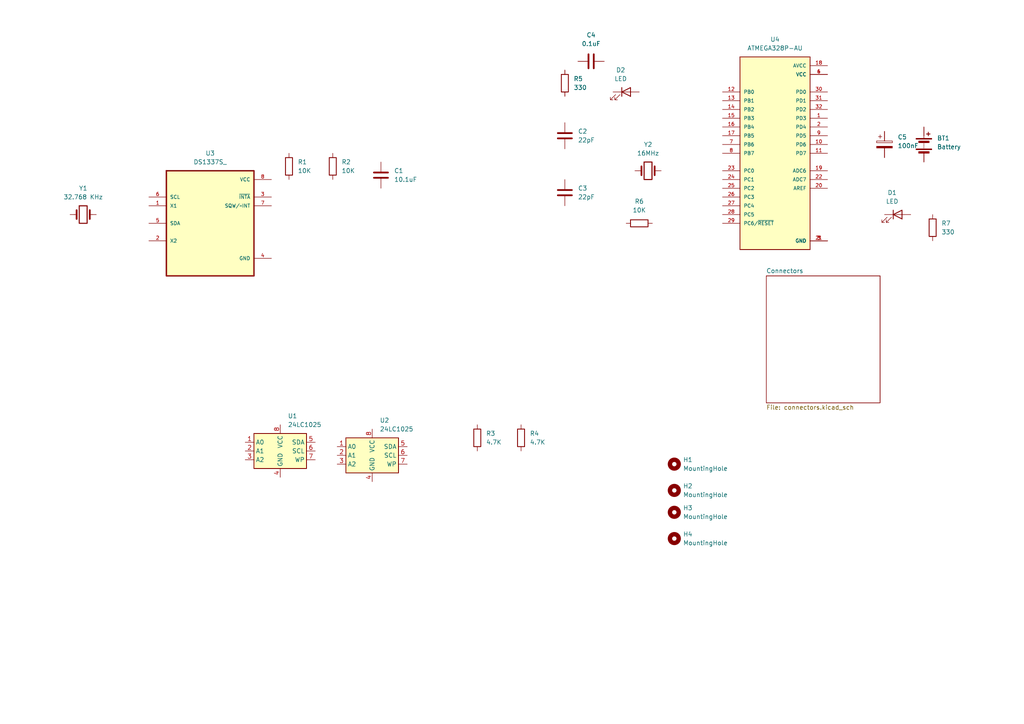
<source format=kicad_sch>
(kicad_sch (version 20230121) (generator eeschema)
  (paper "A4")
  (title_block (title "${project_name}") (date "2024-05-21") (rev "1"))
  (lib_symbols
    (symbol "ATMEGA328P-AU:ATMEGA328P-AU" (pin_names (offset 1.016))
      (property "Reference" "U" (at -10.1755 29.2546 0))
      (property "Value" "ATMEGA328P-AU" (at -10.1669 -31.7714 0))
      (symbol "ATMEGA328P-AU_0_0"
        (rectangle (start -10.16 -27.94) (end 10.16 27.94) (stroke (width 0.254)) (fill (type background)))
        (pin bidirectional line (at 15.24 10.16 180) (length 5.08) (name "PD3") (number "1"))
        (pin bidirectional line (at 15.24 2.54 180) (length 5.08) (name "PD6") (number "10"))
        (pin bidirectional line (at 15.24 0 180) (length 5.08) (name "PD7") (number "11"))
        (pin bidirectional line (at -15.24 17.78 0) (length 5.08) (name "PB0") (number "12"))
        (pin bidirectional line (at -15.24 15.24 0) (length 5.08) (name "PB1") (number "13"))
        (pin bidirectional line (at -15.24 12.7 0) (length 5.08) (name "PB2") (number "14"))
        (pin bidirectional line (at -15.24 10.16 0) (length 5.08) (name "PB3") (number "15"))
        (pin bidirectional line (at -15.24 7.62 0) (length 5.08) (name "PB4") (number "16"))
        (pin bidirectional line (at -15.24 5.08 0) (length 5.08) (name "PB5") (number "17"))
        (pin power_in line (at 15.24 25.4 180) (length 5.08) (name "AVCC") (number "18"))
        (pin bidirectional line (at 15.24 -5.08 180) (length 5.08) (name "ADC6") (number "19"))
        (pin bidirectional line (at 15.24 7.62 180) (length 5.08) (name "PD4") (number "2"))
        (pin input line (at 15.24 -10.16 180) (length 5.08) (name "AREF") (number "20"))
        (pin power_in line (at 15.24 -25.4 180) (length 5.08) (name "GND") (number "21"))
        (pin bidirectional line (at 15.24 -7.62 180) (length 5.08) (name "ADC7") (number "22"))
        (pin bidirectional line (at -15.24 -5.08 0) (length 5.08) (name "PC0") (number "23"))
        (pin bidirectional line (at -15.24 -7.62 0) (length 5.08) (name "PC1") (number "24"))
        (pin bidirectional line (at -15.24 -10.16 0) (length 5.08) (name "PC2") (number "25"))
        (pin bidirectional line (at -15.24 -12.7 0) (length 5.08) (name "PC3") (number "26"))
        (pin bidirectional line (at -15.24 -15.24 0) (length 5.08) (name "PC4") (number "27"))
        (pin bidirectional line (at -15.24 -17.78 0) (length 5.08) (name "PC5") (number "28"))
        (pin bidirectional line (at -15.24 -20.32 0) (length 5.08) (name "PC6/~{RESET}") (number "29"))
        (pin power_in line (at 15.24 -25.4 180) (length 5.08) (name "GND") (number "3"))
        (pin bidirectional line (at 15.24 17.78 180) (length 5.08) (name "PD0") (number "30"))
        (pin bidirectional line (at 15.24 15.24 180) (length 5.08) (name "PD1") (number "31"))
        (pin bidirectional line (at 15.24 12.7 180) (length 5.08) (name "PD2") (number "32"))
        (pin power_in line (at 15.24 22.86 180) (length 5.08) (name "VCC") (number "4"))
        (pin power_in line (at 15.24 -25.4 180) (length 5.08) (name "GND") (number "5"))
        (pin power_in line (at 15.24 22.86 180) (length 5.08) (name "VCC") (number "6"))
        (pin bidirectional line (at -15.24 2.54 0) (length 5.08) (name "PB6") (number "7"))
        (pin bidirectional line (at -15.24 0 0) (length 5.08) (name "PB7") (number "8"))
        (pin bidirectional line (at 15.24 5.08 180) (length 5.08) (name "PD5") (number "9"))
      )
    )
    (symbol "DS1337S:DS1337S_" (pin_names (offset 1.016))
      (property "Reference" "U" (at -12.7 16.24 0))
      (property "Value" "DS1337S_" (at -12.7 -19.24 0))
      (symbol "DS1337S__0_0"
        (rectangle (start -12.7 -15.24) (end 12.7 15.24) (stroke (width 0.41)) (fill (type background)))
        (pin input line (at -17.78 5.08 0) (length 5.08) (name "X1") (number "1"))
        (pin bidirectional line (at -17.78 -5.08 0) (length 5.08) (name "X2") (number "2"))
        (pin output line (at 17.78 7.62 180) (length 5.08) (name "~{INTA}") (number "3"))
        (pin power_in line (at 17.78 -10.16 180) (length 5.08) (name "GND") (number "4"))
        (pin bidirectional line (at -17.78 0 0) (length 5.08) (name "SDA") (number "5"))
        (pin input line (at -17.78 7.62 0) (length 5.08) (name "SCL") (number "6"))
        (pin output line (at 17.78 5.08 180) (length 5.08) (name "SQW/~INT") (number "7"))
        (pin power_in line (at 17.78 12.7 180) (length 5.08) (name "VCC") (number "8"))
      )
    )
    (symbol "Device:Battery" (pin_numbers hide) (pin_names (offset 0) hide)
      (property "Reference" "BT" (at 2.54 2.54 0))
      (property "Value" "Battery" (at 2.54 0 0))
      (symbol "Battery_0_1"
        (rectangle (start -2.286 -1.27) (end 2.286 -1.524) (fill (type outline)))
        (rectangle (start -2.286 1.778) (end 2.286 1.524) (fill (type outline)))
        (rectangle (start -1.524 -2.032) (end 1.524 -2.54) (fill (type outline)))
        (rectangle (start -1.524 1.016) (end 1.524 0.508) (fill (type outline)))
        (polyline (pts (xy 0 -1.016) (xy 0 -0.762)))
        (polyline (pts (xy 0 -0.508) (xy 0 -0.254)))
        (polyline (pts (xy 0 0) (xy 0 0.254)))
        (polyline (pts (xy 0 1.778) (xy 0 2.54)))
        (polyline (pts (xy 0.762 3.048) (xy 1.778 3.048)) (stroke (width 0.254)))
        (polyline (pts (xy 1.27 3.556) (xy 1.27 2.54)) (stroke (width 0.254)))
      )
      (symbol "Battery_1_1"
        (pin passive line (at 0 5.08 270) (length 2.54) (name "+") (number "1"))
        (pin passive line (at 0 -5.08 90) (length 2.54) (name "-") (number "2"))
      )
    )
    (symbol "Device:C" (pin_numbers hide) (pin_names (offset 0.254))
      (property "Reference" "C" (at 0.635 2.54 0))
      (property "Value" "C" (at 0.635 -2.54 0))
      (symbol "C_0_1"
        (polyline (pts (xy -2.032 -0.762) (xy 2.032 -0.762)) (stroke (width 0.508)))
        (polyline (pts (xy -2.032 0.762) (xy 2.032 0.762)) (stroke (width 0.508)))
      )
      (symbol "C_1_1"
        (pin passive line (at 0 3.81 270) (length 2.794) (name "~") (number "1"))
        (pin passive line (at 0 -3.81 90) (length 2.794) (name "~") (number "2"))
      )
    )
    (symbol "Device:C_Polarized" (pin_numbers hide) (pin_names (offset 0.254))
      (property "Reference" "C" (at 0.635 2.54 0))
      (property "Value" "C_Polarized" (at 0.635 -2.54 0))
      (symbol "C_Polarized_0_1"
        (rectangle (start -2.286 0.508) (end 2.286 1.016))
        (polyline (pts (xy -1.778 2.286) (xy -0.762 2.286)))
        (polyline (pts (xy -1.27 2.794) (xy -1.27 1.778)))
        (rectangle (start 2.286 -0.508) (end -2.286 -1.016) (fill (type outline)))
      )
      (symbol "C_Polarized_1_1"
        (pin passive line (at 0 3.81 270) (length 2.794) (name "~") (number "1"))
        (pin passive line (at 0 -3.81 90) (length 2.794) (name "~") (number "2"))
      )
    )
    (symbol "Device:Crystal" (pin_numbers hide) (pin_names (offset 1.016) hide)
      (property "Reference" "Y" (at 0 3.81 0))
      (property "Value" "Crystal" (at 0 -3.81 0))
      (symbol "Crystal_0_1"
        (rectangle (start -1.143 2.54) (end 1.143 -2.54) (stroke (width 0.3048)))
        (polyline (pts (xy -2.54 0) (xy -1.905 0)))
        (polyline (pts (xy -1.905 -1.27) (xy -1.905 1.27)) (stroke (width 0.508)))
        (polyline (pts (xy 1.905 -1.27) (xy 1.905 1.27)) (stroke (width 0.508)))
        (polyline (pts (xy 2.54 0) (xy 1.905 0)))
      )
      (symbol "Crystal_1_1"
        (pin passive line (at -3.81 0 0) (length 1.27) (name "1") (number "1"))
        (pin passive line (at 3.81 0 180) (length 1.27) (name "2") (number "2"))
      )
    )
    (symbol "Device:LED" (pin_numbers hide) (pin_names (offset 1.016) hide)
      (property "Reference" "D" (at 0 2.54 0))
      (property "Value" "LED" (at 0 -2.54 0))
      (symbol "LED_0_1"
        (polyline (pts (xy -1.27 -1.27) (xy -1.27 1.27)) (stroke (width 0.254)))
        (polyline (pts (xy -1.27 0) (xy 1.27 0)))
        (polyline (pts (xy 1.27 -1.27) (xy 1.27 1.27) (xy -1.27 0) (xy 1.27 -1.27)) (stroke (width 0.254)))
        (polyline (pts (xy -3.048 -0.762) (xy -4.572 -2.286) (xy -3.81 -2.286) (xy -4.572 -2.286) (xy -4.572 -1.524)))
        (polyline (pts (xy -1.778 -0.762) (xy -3.302 -2.286) (xy -2.54 -2.286) (xy -3.302 -2.286) (xy -3.302 -1.524)))
      )
      (symbol "LED_1_1"
        (pin passive line (at -3.81 0 0) (length 2.54) (name "K") (number "1"))
        (pin passive line (at 3.81 0 180) (length 2.54) (name "A") (number "2"))
      )
    )
    (symbol "Device:R" (pin_numbers hide) (pin_names (offset 0))
      (property "Reference" "R" (at 2.032 0 90))
      (property "Value" "R" (at 0 0 90))
      (symbol "R_0_1"
        (rectangle (start -1.016 -2.54) (end 1.016 2.54) (stroke (width 0.254)))
      )
      (symbol "R_1_1"
        (pin passive line (at 0 3.81 270) (length 1.27) (name "~") (number "1"))
        (pin passive line (at 0 -3.81 90) (length 1.27) (name "~") (number "2"))
      )
    )
    (symbol "Mechanical:MountingHole" (pin_names (offset 1.016))
      (property "Reference" "H" (at 0 5.08 0))
      (property "Value" "MountingHole" (at 0 3.175 0))
      (symbol "MountingHole_0_1"
        (circle (center 0 0) (radius 1.27) (stroke (width 1.27)))
      )
    )
    (symbol "Memory_EEPROM:24LC1025"
      (property "Reference" "U" (at -6.35 6.35 0))
      (property "Value" "24LC1025" (at 1.27 6.35 0))
      (symbol "24LC1025_1_1"
        (rectangle (start -7.62 5.08) (end 7.62 -5.08) (stroke (width 0.254)) (fill (type background)))
        (pin input line (at -10.16 2.54 0) (length 2.54) (name "A0") (number "1"))
        (pin input line (at -10.16 0 0) (length 2.54) (name "A1") (number "2"))
        (pin input line (at -10.16 -2.54 0) (length 2.54) (name "A2") (number "3"))
        (pin power_in line (at 0 -7.62 90) (length 2.54) (name "GND") (number "4"))
        (pin bidirectional line (at 10.16 2.54 180) (length 2.54) (name "SDA") (number "5"))
        (pin input line (at 10.16 0 180) (length 2.54) (name "SCL") (number "6"))
        (pin input line (at 10.16 -2.54 180) (length 2.54) (name "WP") (number "7"))
        (pin power_in line (at 0 7.62 270) (length 2.54) (name "VCC") (number "8"))
      )
    )
  )
  (symbol (lib_id "Device:R") (at 270.51 66.04 0) (unit 1)
    (property "Reference" "R7" (at 273.05 64.77 0) (effects (justify left)))
    (property "Value" "330" (at 273.05 67.31 0) (effects (justify left)))
    (property "Footprint" "Resistor_SMD:R_0805_2012Metric_Pad1.20x1.40mm_HandSolder" (effects hide))
  )
  (symbol (lib_id "Mechanical:MountingHole") (at 195.58 156.21 0) (unit 1)
    (property "Reference" "H4" (at 198.12 154.94 0) (effects (justify left)))
    (property "Value" "MountingHole" (at 198.12 157.48 0) (effects (justify left)))
    (property "Footprint" "MountingHole:MountingHole_2.2mm_M2" (effects hide))
  )
  (symbol (lib_id "Device:R") (at 185.42 64.77 90) (unit 1)
    (property "Reference" "R6" (at 185.42 58.42 90))
    (property "Value" "10K" (at 185.42 60.96 90))
    (property "Footprint" "Resistor_SMD:R_0805_2012Metric_Pad1.20x1.40mm_HandSolder" (effects hide))
  )
  (symbol (lib_id "Device:C") (at 163.83 55.88 0) (unit 1)
    (property "Reference" "C3" (at 167.64 54.61 0) (effects (justify left)))
    (property "Value" "22pF" (at 167.64 57.15 0) (effects (justify left)))
    (property "Footprint" "Capacitor_SMD:C_0805_2012Metric_Pad1.18x1.45mm_HandSolder" (effects hide))
  )
  (symbol (lib_id "Device:R") (at 151.13 127 0) (unit 1)
    (property "Reference" "R4" (at 153.67 125.73 0) (effects (justify left)))
    (property "Value" "4.7K" (at 153.67 128.27 0) (effects (justify left)))
    (property "Footprint" "Resistor_SMD:R_0805_2012Metric_Pad1.20x1.40mm_HandSolder" (effects hide))
  )
  (symbol (lib_id "Memory_EEPROM:24LC1025") (at 107.95 132.08 0) (unit 1)
    (property "Reference" "U2" (at 110.1441 121.92 0) (effects (justify left)))
    (property "Value" "24LC1025" (at 110.1441 124.46 0) (effects (justify left)))
    (property "Footprint" "Package_SO:SOIC-8_3.9x4.9mm_P1.27mm" (effects hide))
    (property "Datasheet" "http://ww1.microchip.com/downloads/en/DeviceDoc/21941B.pdf" (effects hide))
  )
  (symbol (lib_id "Mechanical:MountingHole") (at 195.58 142.24 0) (unit 1)
    (property "Reference" "H2" (at 198.12 140.97 0) (effects (justify left)))
    (property "Value" "MountingHole" (at 198.12 143.51 0) (effects (justify left)))
    (property "Footprint" "MountingHole:MountingHole_2.2mm_M2" (effects hide))
  )
  (symbol (lib_id "Device:Crystal") (at 187.96 49.53 0) (unit 1)
    (property "Reference" "Y2" (at 187.96 41.91 0))
    (property "Value" "16MHz" (at 187.96 44.45 0))
    (property "Footprint" "Crystal:Crystal_SMD_5032-2Pin_5.0x3.2mm_HandSoldering" (effects hide))
  )
  (symbol (lib_id "Memory_EEPROM:24LC1025") (at 81.28 130.81 0) (unit 1)
    (property "Reference" "U1" (at 83.4741 120.65 0) (effects (justify left)))
    (property "Value" "24LC1025" (at 83.4741 123.19 0) (effects (justify left)))
    (property "Footprint" "Package_SO:SOIC-8_3.9x4.9mm_P1.27mm" (effects hide))
    (property "Datasheet" "http://ww1.microchip.com/downloads/en/DeviceDoc/21941B.pdf" (effects hide))
  )
  (symbol (lib_id "Device:C") (at 110.49 50.8 0) (unit 1)
    (property "Reference" "C1" (at 114.3 49.53 0) (effects (justify left)))
    (property "Value" "10.1uF" (at 114.3 52.07 0) (effects (justify left)))
    (property "Footprint" "Capacitor_SMD:C_0805_2012Metric_Pad1.18x1.45mm_HandSolder" (effects hide))
  )
  (symbol (lib_id "Device:LED") (at 260.35 62.23 0) (unit 1)
    (property "Reference" "D1" (at 258.7625 55.88 0))
    (property "Value" "LED" (at 258.7625 58.42 0))
    (property "Footprint" "LED_SMD:LED_0805_2012Metric_Pad1.15x1.40mm_HandSolder" (effects hide))
  )
  (symbol (lib_id "Device:Crystal") (at 24.13 62.23 0) (unit 1)
    (property "Reference" "Y1" (at 24.13 54.61 0))
    (property "Value" "32.768 KHz" (at 24.13 57.15 0))
    (property "Footprint" "Crystal:Crystal_SMD_5032-2Pin_5.0x3.2mm_HandSoldering" (effects hide))
  )
  (symbol (lib_id "ATMEGA328P-AU:ATMEGA328P-AU") (at 224.79 44.45 0) (unit 1)
    (property "Reference" "U4" (at 224.79 11.43 0))
    (property "Value" "ATMEGA328P-AU" (at 224.79 13.97 0))
    (property "Footprint" "ATMEGA328P-AU:QFP80P900X900X120-32N" (effects hide))
    (property "MF" "Microchip" (effects hide))
    (property "MAXIMUM_PACKAGE_HEIGHT" "1.20mm" (effects hide))
    (property "Package" "TQFP-32 Microchip" (effects hide))
    (property "Price" "None" (effects hide))
    (property "Check_prices" "https://www.snapeda.com/parts/ATMEGA328P-AU/Microchip/view-part/?ref=eda" (effects hide))
    (property "STANDARD" "IPC-7351B" (effects hide))
    (property "PARTREV" "8271A" (effects hide))
    (property "SnapEDA_Link" "https://www.snapeda.com/parts/ATMEGA328P-AU/Microchip/view-part/?ref=snap" (effects hide))
    (property "MP" "ATMEGA328P-AU" (effects hide))
    (property "Purchase-URL" "https://www.snapeda.com/api/url_track_click_mouser/?unipart_id=44280&manufacturer=Microchip&part_name=ATMEGA328P-AU&search_term=atmega328p-au" (effects hide))
    (property "Description" "\nAVR AVR® ATmega Microcontroller IC 8-Bit 20MHz 32KB (16K x 16) FLASH 32-TQFP (7x7)\n" (effects hide))
    (property "Availability" "In Stock" (effects hide))
    (property "MANUFACTURER" "Microchip" (effects hide))
  )
  (symbol (lib_id "Device:R") (at 96.52 48.26 0) (unit 1)
    (property "Reference" "R2" (at 99.06 46.99 0) (effects (justify left)))
    (property "Value" "10K" (at 99.06 49.53 0) (effects (justify left)))
    (property "Footprint" "Resistor_SMD:R_0805_2012Metric_Pad1.20x1.40mm_HandSolder" (effects hide))
  )
  (symbol (lib_id "Device:R") (at 83.82 48.26 0) (unit 1)
    (property "Reference" "R1" (at 86.36 46.99 0) (effects (justify left)))
    (property "Value" "10K" (at 86.36 49.53 0) (effects (justify left)))
    (property "Footprint" "Resistor_SMD:R_0805_2012Metric_Pad1.20x1.40mm_HandSolder" (effects hide))
  )
  (symbol (lib_id "Device:C_Polarized") (at 256.54 41.91 0) (unit 1)
    (property "Reference" "C5" (at 260.35 39.751 0) (effects (justify left)))
    (property "Value" "100nF" (at 260.35 42.291 0) (effects (justify left)))
    (property "Footprint" "Capacitor_SMD:C_0805_2012Metric_Pad1.18x1.45mm_HandSolder" (effects hide))
  )
  (symbol (lib_id "Mechanical:MountingHole") (at 195.58 148.59 0) (unit 1)
    (property "Reference" "H3" (at 198.12 147.32 0) (effects (justify left)))
    (property "Value" "MountingHole" (at 198.12 149.86 0) (effects (justify left)))
    (property "Footprint" "MountingHole:MountingHole_2.2mm_M2" (effects hide))
  )
  (symbol (lib_id "Device:C") (at 163.83 39.37 0) (unit 1)
    (property "Reference" "C2" (at 167.64 38.1 0) (effects (justify left)))
    (property "Value" "22pF" (at 167.64 40.64 0) (effects (justify left)))
    (property "Footprint" "Capacitor_SMD:C_0805_2012Metric_Pad1.18x1.45mm_HandSolder" (effects hide))
  )
  (symbol (lib_id "Device:Battery") (at 267.97 41.91 0) (unit 1)
    (property "Reference" "BT1" (at 271.78 40.0685 0) (effects (justify left)))
    (property "Value" "Battery" (at 271.78 42.6085 0) (effects (justify left)))
    (property "Footprint" "Connector_PinHeader_2.54mm:PinHeader_1x02_P2.54mm_Vertical" (effects hide))
  )
  (symbol (lib_id "Device:LED") (at 181.61 26.67 0) (unit 1)
    (property "Reference" "D2" (at 180.0225 20.32 0))
    (property "Value" "LED" (at 180.0225 22.86 0))
    (property "Footprint" "LED_SMD:LED_0805_2012Metric_Pad1.15x1.40mm_HandSolder" (effects hide))
  )
  (symbol (lib_id "DS1337S:DS1337S_") (at 60.96 64.77 0) (unit 1)
    (property "Reference" "U3" (at 60.96 44.45 0))
    (property "Value" "DS1337S_" (at 60.96 46.99 0))
    (property "Footprint" "DS1337S_:SOIC127P600X175-8N" (effects hide))
    (property "MF" "Analog Devices" (effects hide))
    (property "Description" "\nReal Time Clock (RTC) IC Clock/Calendar - I²C, 2-Wire Serial 8-SOIC (0.154, 3.90mm Width)\n" (effects hide))
    (property "Package" "SOIC-8 Maxim" (effects hide))
    (property "Price" "None" (effects hide))
    (property "SnapEDA_Link" "https://www.snapeda.com/parts/DS1337S/Analog+Devices/view-part/?ref=snap" (effects hide))
    (property "MP" "DS1337S" (effects hide))
    (property "Purchase-URL" "https://www.snapeda.com/api/url_track_click_mouser/?unipart_id=2748190&manufacturer=Analog Devices&part_name=DS1337S&search_term=ds1337s" (effects hide))
    (property "Availability" "In Stock" (effects hide))
    (property "Check_prices" "https://www.snapeda.com/parts/DS1337S/Analog+Devices/view-part/?ref=eda" (effects hide))
  )
  (symbol (lib_id "Device:C") (at 171.45 17.78 90) (unit 1)
    (property "Reference" "C4" (at 171.45 10.16 90))
    (property "Value" "0.1uF" (at 171.45 12.7 90))
    (property "Footprint" "Capacitor_SMD:C_0805_2012Metric_Pad1.18x1.45mm_HandSolder" (effects hide))
  )
  (symbol (lib_id "Device:R") (at 138.43 127 180) (unit 1)
    (property "Reference" "R3" (at 140.97 125.73 0) (effects (justify right)))
    (property "Value" "4.7K" (at 140.97 128.27 0) (effects (justify right)))
    (property "Footprint" "Resistor_SMD:R_0805_2012Metric_Pad1.20x1.40mm_HandSolder" (effects hide))
  )
  (symbol (lib_id "Mechanical:MountingHole") (at 195.58 134.62 0) (unit 1)
    (property "Reference" "H1" (at 198.12 133.35 0) (effects (justify left)))
    (property "Value" "MountingHole" (at 198.12 135.89 0) (effects (justify left)))
    (property "Footprint" "MountingHole:MountingHole_2.2mm_M2" (effects hide))
  )
  (symbol (lib_id "Device:R") (at 163.83 24.13 0) (unit 1)
    (property "Reference" "R5" (at 166.37 22.86 0) (effects (justify left)))
    (property "Value" "330" (at 166.37 25.4 0) (effects (justify left)))
    (property "Footprint" "Resistor_SMD:R_0805_2012Metric_Pad1.20x1.40mm_HandSolder" (effects hide))
  )
  (sheet (at 222.25 80.01) (size 33.02 36.83) (stroke (width 0.1524))
    (property "Sheetname" "Connectors" (at 222.25 79.2984 0) (effects (justify left bottom)))
    (property "Sheetfile" "connectors.kicad_sch" (at 222.25 117.4246 0) (effects (justify left top)))
  )
)
</source>
